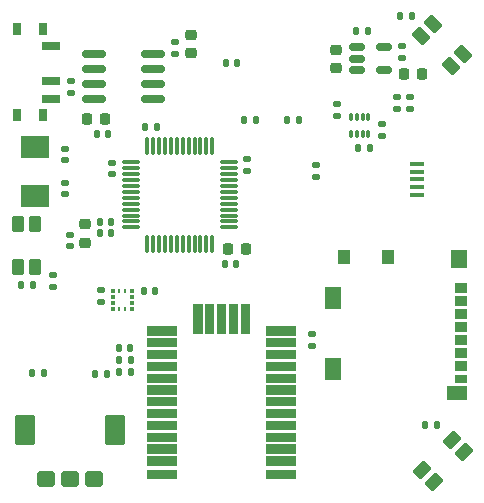
<source format=gbr>
%TF.GenerationSoftware,KiCad,Pcbnew,9.0.2*%
%TF.CreationDate,2025-09-04T21:02:57-04:00*%
%TF.ProjectId,GPSWatch,47505357-6174-4636-982e-6b696361645f,rev?*%
%TF.SameCoordinates,Original*%
%TF.FileFunction,Paste,Top*%
%TF.FilePolarity,Positive*%
%FSLAX46Y46*%
G04 Gerber Fmt 4.6, Leading zero omitted, Abs format (unit mm)*
G04 Created by KiCad (PCBNEW 9.0.2) date 2025-09-04 21:02:57*
%MOMM*%
%LPD*%
G01*
G04 APERTURE LIST*
G04 Aperture macros list*
%AMRoundRect*
0 Rectangle with rounded corners*
0 $1 Rounding radius*
0 $2 $3 $4 $5 $6 $7 $8 $9 X,Y pos of 4 corners*
0 Add a 4 corners polygon primitive as box body*
4,1,4,$2,$3,$4,$5,$6,$7,$8,$9,$2,$3,0*
0 Add four circle primitives for the rounded corners*
1,1,$1+$1,$2,$3*
1,1,$1+$1,$4,$5*
1,1,$1+$1,$6,$7*
1,1,$1+$1,$8,$9*
0 Add four rect primitives between the rounded corners*
20,1,$1+$1,$2,$3,$4,$5,0*
20,1,$1+$1,$4,$5,$6,$7,0*
20,1,$1+$1,$6,$7,$8,$9,0*
20,1,$1+$1,$8,$9,$2,$3,0*%
G04 Aperture macros list end*
%ADD10C,0.010000*%
%ADD11R,1.300000X0.450000*%
%ADD12RoundRect,0.250000X-0.123744X-0.512652X0.512652X0.123744X0.123744X0.512652X-0.512652X-0.123744X0*%
%ADD13R,1.500000X0.700000*%
%ADD14R,0.800000X1.000000*%
%ADD15RoundRect,0.195000X-0.555000X-0.455000X0.555000X-0.455000X0.555000X0.455000X-0.555000X0.455000X0*%
%ADD16RoundRect,0.255000X-0.595000X-1.045000X0.595000X-1.045000X0.595000X1.045000X-0.595000X1.045000X0*%
%ADD17R,0.250000X0.300000*%
%ADD18R,0.350000X0.300000*%
%ADD19RoundRect,0.050000X0.100000X-0.285000X0.100000X0.285000X-0.100000X0.285000X-0.100000X-0.285000X0*%
%ADD20RoundRect,0.135000X-0.135000X-0.185000X0.135000X-0.185000X0.135000X0.185000X-0.135000X0.185000X0*%
%ADD21RoundRect,0.150000X-0.512500X-0.150000X0.512500X-0.150000X0.512500X0.150000X-0.512500X0.150000X0*%
%ADD22RoundRect,0.135000X0.185000X-0.135000X0.185000X0.135000X-0.185000X0.135000X-0.185000X-0.135000X0*%
%ADD23RoundRect,0.135000X-0.185000X0.135000X-0.185000X-0.135000X0.185000X-0.135000X0.185000X0.135000X0*%
%ADD24RoundRect,0.135000X0.135000X0.185000X-0.135000X0.185000X-0.135000X-0.185000X0.135000X-0.185000X0*%
%ADD25RoundRect,0.150000X0.825000X0.150000X-0.825000X0.150000X-0.825000X-0.150000X0.825000X-0.150000X0*%
%ADD26R,1.100000X0.850000*%
%ADD27R,1.100000X0.750000*%
%ADD28R,1.000000X1.200000*%
%ADD29R,1.350000X1.550000*%
%ADD30R,1.350000X1.900000*%
%ADD31R,1.800000X1.170000*%
%ADD32RoundRect,0.140000X-0.170000X0.140000X-0.170000X-0.140000X0.170000X-0.140000X0.170000X0.140000X0*%
%ADD33RoundRect,0.140000X0.140000X0.170000X-0.140000X0.170000X-0.140000X-0.170000X0.140000X-0.170000X0*%
%ADD34RoundRect,0.140000X-0.140000X-0.170000X0.140000X-0.170000X0.140000X0.170000X-0.140000X0.170000X0*%
%ADD35RoundRect,0.140000X0.170000X-0.140000X0.170000X0.140000X-0.170000X0.140000X-0.170000X-0.140000X0*%
%ADD36RoundRect,0.075000X-0.662500X-0.075000X0.662500X-0.075000X0.662500X0.075000X-0.662500X0.075000X0*%
%ADD37RoundRect,0.075000X-0.075000X-0.662500X0.075000X-0.662500X0.075000X0.662500X-0.075000X0.662500X0*%
%ADD38RoundRect,0.225000X0.250000X-0.225000X0.250000X0.225000X-0.250000X0.225000X-0.250000X-0.225000X0*%
%ADD39RoundRect,0.225000X-0.225000X-0.250000X0.225000X-0.250000X0.225000X0.250000X-0.225000X0.250000X0*%
%ADD40RoundRect,0.250000X0.512652X-0.123744X-0.123744X0.512652X-0.512652X0.123744X0.123744X-0.512652X0*%
%ADD41R,2.400000X1.900000*%
%ADD42RoundRect,0.218750X-0.256250X0.218750X-0.256250X-0.218750X0.256250X-0.218750X0.256250X0.218750X0*%
%ADD43RoundRect,0.250000X-0.275000X0.450000X-0.275000X-0.450000X0.275000X-0.450000X0.275000X0.450000X0*%
%ADD44RoundRect,0.225000X0.225000X0.250000X-0.225000X0.250000X-0.225000X-0.250000X0.225000X-0.250000X0*%
G04 APERTURE END LIST*
D10*
%TO.C,U5*%
X149400000Y-120300000D02*
X146950000Y-120300000D01*
X146950000Y-119600000D01*
X149400000Y-119600000D01*
X149400000Y-120300000D01*
G36*
X149400000Y-120300000D02*
G01*
X146950000Y-120300000D01*
X146950000Y-119600000D01*
X149400000Y-119600000D01*
X149400000Y-120300000D01*
G37*
X149400000Y-121300000D02*
X146950000Y-121300000D01*
X146950000Y-120600000D01*
X149400000Y-120600000D01*
X149400000Y-121300000D01*
G36*
X149400000Y-121300000D02*
G01*
X146950000Y-121300000D01*
X146950000Y-120600000D01*
X149400000Y-120600000D01*
X149400000Y-121300000D01*
G37*
X149400000Y-122300000D02*
X146950000Y-122300000D01*
X146950000Y-121600000D01*
X149400000Y-121600000D01*
X149400000Y-122300000D01*
G36*
X149400000Y-122300000D02*
G01*
X146950000Y-122300000D01*
X146950000Y-121600000D01*
X149400000Y-121600000D01*
X149400000Y-122300000D01*
G37*
X149400000Y-123300000D02*
X146950000Y-123300000D01*
X146950000Y-122600000D01*
X149400000Y-122600000D01*
X149400000Y-123300000D01*
G36*
X149400000Y-123300000D02*
G01*
X146950000Y-123300000D01*
X146950000Y-122600000D01*
X149400000Y-122600000D01*
X149400000Y-123300000D01*
G37*
X149400000Y-124300000D02*
X146950000Y-124300000D01*
X146950000Y-123600000D01*
X149400000Y-123600000D01*
X149400000Y-124300000D01*
G36*
X149400000Y-124300000D02*
G01*
X146950000Y-124300000D01*
X146950000Y-123600000D01*
X149400000Y-123600000D01*
X149400000Y-124300000D01*
G37*
X149400000Y-125300000D02*
X146950000Y-125300000D01*
X146950000Y-124600000D01*
X149400000Y-124600000D01*
X149400000Y-125300000D01*
G36*
X149400000Y-125300000D02*
G01*
X146950000Y-125300000D01*
X146950000Y-124600000D01*
X149400000Y-124600000D01*
X149400000Y-125300000D01*
G37*
X149400000Y-126300000D02*
X146950000Y-126300000D01*
X146950000Y-125600000D01*
X149400000Y-125600000D01*
X149400000Y-126300000D01*
G36*
X149400000Y-126300000D02*
G01*
X146950000Y-126300000D01*
X146950000Y-125600000D01*
X149400000Y-125600000D01*
X149400000Y-126300000D01*
G37*
X149400000Y-127300000D02*
X146950000Y-127300000D01*
X146950000Y-126600000D01*
X149400000Y-126600000D01*
X149400000Y-127300000D01*
G36*
X149400000Y-127300000D02*
G01*
X146950000Y-127300000D01*
X146950000Y-126600000D01*
X149400000Y-126600000D01*
X149400000Y-127300000D01*
G37*
X149400000Y-128300000D02*
X146950000Y-128300000D01*
X146950000Y-127600000D01*
X149400000Y-127600000D01*
X149400000Y-128300000D01*
G36*
X149400000Y-128300000D02*
G01*
X146950000Y-128300000D01*
X146950000Y-127600000D01*
X149400000Y-127600000D01*
X149400000Y-128300000D01*
G37*
X149400000Y-129300000D02*
X146950000Y-129300000D01*
X146950000Y-128600000D01*
X149400000Y-128600000D01*
X149400000Y-129300000D01*
G36*
X149400000Y-129300000D02*
G01*
X146950000Y-129300000D01*
X146950000Y-128600000D01*
X149400000Y-128600000D01*
X149400000Y-129300000D01*
G37*
X149400000Y-130300000D02*
X146950000Y-130300000D01*
X146950000Y-129600000D01*
X149400000Y-129600000D01*
X149400000Y-130300000D01*
G36*
X149400000Y-130300000D02*
G01*
X146950000Y-130300000D01*
X146950000Y-129600000D01*
X149400000Y-129600000D01*
X149400000Y-130300000D01*
G37*
X149400000Y-131300000D02*
X146950000Y-131300000D01*
X146950000Y-130600000D01*
X149400000Y-130600000D01*
X149400000Y-131300000D01*
G36*
X149400000Y-131300000D02*
G01*
X146950000Y-131300000D01*
X146950000Y-130600000D01*
X149400000Y-130600000D01*
X149400000Y-131300000D01*
G37*
X149400000Y-132450000D02*
X146950000Y-132450000D01*
X146950000Y-131750000D01*
X149400000Y-131750000D01*
X149400000Y-132450000D01*
G36*
X149400000Y-132450000D02*
G01*
X146950000Y-132450000D01*
X146950000Y-131750000D01*
X149400000Y-131750000D01*
X149400000Y-132450000D01*
G37*
X151575000Y-120125000D02*
X150875000Y-120125000D01*
X150875000Y-117675000D01*
X151575000Y-117675000D01*
X151575000Y-120125000D01*
G36*
X151575000Y-120125000D02*
G01*
X150875000Y-120125000D01*
X150875000Y-117675000D01*
X151575000Y-117675000D01*
X151575000Y-120125000D01*
G37*
X152575000Y-120125000D02*
X151875000Y-120125000D01*
X151875000Y-117675000D01*
X152575000Y-117675000D01*
X152575000Y-120125000D01*
G36*
X152575000Y-120125000D02*
G01*
X151875000Y-120125000D01*
X151875000Y-117675000D01*
X152575000Y-117675000D01*
X152575000Y-120125000D01*
G37*
X153575000Y-120125000D02*
X152875000Y-120125000D01*
X152875000Y-117675000D01*
X153575000Y-117675000D01*
X153575000Y-120125000D01*
G36*
X153575000Y-120125000D02*
G01*
X152875000Y-120125000D01*
X152875000Y-117675000D01*
X153575000Y-117675000D01*
X153575000Y-120125000D01*
G37*
X154575000Y-120125000D02*
X153875000Y-120125000D01*
X153875000Y-117675000D01*
X154575000Y-117675000D01*
X154575000Y-120125000D01*
G36*
X154575000Y-120125000D02*
G01*
X153875000Y-120125000D01*
X153875000Y-117675000D01*
X154575000Y-117675000D01*
X154575000Y-120125000D01*
G37*
X155575000Y-120125000D02*
X154875000Y-120125000D01*
X154875000Y-117675000D01*
X155575000Y-117675000D01*
X155575000Y-120125000D01*
G36*
X155575000Y-120125000D02*
G01*
X154875000Y-120125000D01*
X154875000Y-117675000D01*
X155575000Y-117675000D01*
X155575000Y-120125000D01*
G37*
X159500000Y-120300000D02*
X157050000Y-120300000D01*
X157050000Y-119600000D01*
X159500000Y-119600000D01*
X159500000Y-120300000D01*
G36*
X159500000Y-120300000D02*
G01*
X157050000Y-120300000D01*
X157050000Y-119600000D01*
X159500000Y-119600000D01*
X159500000Y-120300000D01*
G37*
X159500000Y-121300000D02*
X157050000Y-121300000D01*
X157050000Y-120600000D01*
X159500000Y-120600000D01*
X159500000Y-121300000D01*
G36*
X159500000Y-121300000D02*
G01*
X157050000Y-121300000D01*
X157050000Y-120600000D01*
X159500000Y-120600000D01*
X159500000Y-121300000D01*
G37*
X159500000Y-122300000D02*
X157050000Y-122300000D01*
X157050000Y-121600000D01*
X159500000Y-121600000D01*
X159500000Y-122300000D01*
G36*
X159500000Y-122300000D02*
G01*
X157050000Y-122300000D01*
X157050000Y-121600000D01*
X159500000Y-121600000D01*
X159500000Y-122300000D01*
G37*
X159500000Y-123300000D02*
X157050000Y-123300000D01*
X157050000Y-122600000D01*
X159500000Y-122600000D01*
X159500000Y-123300000D01*
G36*
X159500000Y-123300000D02*
G01*
X157050000Y-123300000D01*
X157050000Y-122600000D01*
X159500000Y-122600000D01*
X159500000Y-123300000D01*
G37*
X159500000Y-124300000D02*
X157050000Y-124300000D01*
X157050000Y-123600000D01*
X159500000Y-123600000D01*
X159500000Y-124300000D01*
G36*
X159500000Y-124300000D02*
G01*
X157050000Y-124300000D01*
X157050000Y-123600000D01*
X159500000Y-123600000D01*
X159500000Y-124300000D01*
G37*
X159500000Y-125300000D02*
X157050000Y-125300000D01*
X157050000Y-124600000D01*
X159500000Y-124600000D01*
X159500000Y-125300000D01*
G36*
X159500000Y-125300000D02*
G01*
X157050000Y-125300000D01*
X157050000Y-124600000D01*
X159500000Y-124600000D01*
X159500000Y-125300000D01*
G37*
X159500000Y-126300000D02*
X157050000Y-126300000D01*
X157050000Y-125600000D01*
X159500000Y-125600000D01*
X159500000Y-126300000D01*
G36*
X159500000Y-126300000D02*
G01*
X157050000Y-126300000D01*
X157050000Y-125600000D01*
X159500000Y-125600000D01*
X159500000Y-126300000D01*
G37*
X159500000Y-127300000D02*
X157050000Y-127300000D01*
X157050000Y-126600000D01*
X159500000Y-126600000D01*
X159500000Y-127300000D01*
G36*
X159500000Y-127300000D02*
G01*
X157050000Y-127300000D01*
X157050000Y-126600000D01*
X159500000Y-126600000D01*
X159500000Y-127300000D01*
G37*
X159500000Y-128300000D02*
X157050000Y-128300000D01*
X157050000Y-127600000D01*
X159500000Y-127600000D01*
X159500000Y-128300000D01*
G36*
X159500000Y-128300000D02*
G01*
X157050000Y-128300000D01*
X157050000Y-127600000D01*
X159500000Y-127600000D01*
X159500000Y-128300000D01*
G37*
X159500000Y-129300000D02*
X157050000Y-129300000D01*
X157050000Y-128600000D01*
X159500000Y-128600000D01*
X159500000Y-129300000D01*
G36*
X159500000Y-129300000D02*
G01*
X157050000Y-129300000D01*
X157050000Y-128600000D01*
X159500000Y-128600000D01*
X159500000Y-129300000D01*
G37*
X159500000Y-130300000D02*
X157050000Y-130300000D01*
X157050000Y-129600000D01*
X159500000Y-129600000D01*
X159500000Y-130300000D01*
G36*
X159500000Y-130300000D02*
G01*
X157050000Y-130300000D01*
X157050000Y-129600000D01*
X159500000Y-129600000D01*
X159500000Y-130300000D01*
G37*
X159500000Y-131300000D02*
X157050000Y-131300000D01*
X157050000Y-130600000D01*
X159500000Y-130600000D01*
X159500000Y-131300000D01*
G36*
X159500000Y-131300000D02*
G01*
X157050000Y-131300000D01*
X157050000Y-130600000D01*
X159500000Y-130600000D01*
X159500000Y-131300000D01*
G37*
X159500000Y-132450000D02*
X157050000Y-132450000D01*
X157050000Y-131750000D01*
X159500000Y-131750000D01*
X159500000Y-132450000D01*
G36*
X159500000Y-132450000D02*
G01*
X157050000Y-132450000D01*
X157050000Y-131750000D01*
X159500000Y-131750000D01*
X159500000Y-132450000D01*
G37*
%TD*%
D11*
%TO.C,J1*%
X169825000Y-108450000D03*
X169825000Y-107800000D03*
X169825000Y-107150000D03*
X169825000Y-106500000D03*
X169825000Y-105850000D03*
%TD*%
D12*
%TO.C,SW4*%
X173781909Y-130236325D03*
X171236325Y-132781909D03*
X172763675Y-129218091D03*
X170218091Y-131763675D03*
%TD*%
D13*
%TO.C,SW2*%
X138835000Y-100350000D03*
X138835000Y-98850000D03*
X138835000Y-95850000D03*
D14*
X135975000Y-101750000D03*
X138185000Y-101750000D03*
X135975000Y-94450000D03*
X138185000Y-94450000D03*
%TD*%
D15*
%TO.C,SW1*%
X138425000Y-132550000D03*
X140425000Y-132550000D03*
X142425000Y-132550000D03*
D16*
X144225000Y-128400000D03*
X136625000Y-128400000D03*
%TD*%
D17*
%TO.C,U6*%
X145112500Y-118175000D03*
X144612500Y-118175000D03*
D18*
X144087500Y-118125000D03*
X144087500Y-117625000D03*
X144087500Y-117125000D03*
X144087500Y-116625000D03*
D17*
X144612500Y-116575000D03*
X145112500Y-116575000D03*
D18*
X145637500Y-116625000D03*
X145637500Y-117125000D03*
X145637500Y-117625000D03*
X145637500Y-118125000D03*
%TD*%
D19*
%TO.C,U4*%
X164200000Y-101870000D03*
X164700000Y-101870000D03*
X165200000Y-101870000D03*
X165700000Y-101870000D03*
X165700000Y-103350000D03*
X165200000Y-103350000D03*
X164700000Y-103350000D03*
X164200000Y-103350000D03*
%TD*%
D20*
%TO.C,R16*%
X171510000Y-127925000D03*
X170490000Y-127925000D03*
%TD*%
D21*
%TO.C,U3*%
X164700000Y-95975000D03*
X164700000Y-96925000D03*
X164700000Y-97875000D03*
X166975000Y-97875000D03*
X166975000Y-95975000D03*
%TD*%
D22*
%TO.C,R17*%
X161250000Y-105965000D03*
X161250000Y-106985000D03*
%TD*%
D23*
%TO.C,R12*%
X140475000Y-98865000D03*
X140475000Y-99885000D03*
%TD*%
%TO.C,R2*%
X169175000Y-101235000D03*
X169175000Y-100215000D03*
%TD*%
%TO.C,R5*%
X166825000Y-103495000D03*
X166825000Y-102475000D03*
%TD*%
D20*
%TO.C,R6*%
X165835000Y-104485000D03*
X164815000Y-104485000D03*
%TD*%
D24*
%TO.C,R3*%
X165672500Y-94637500D03*
X164652500Y-94637500D03*
%TD*%
D20*
%TO.C,R8*%
X156185000Y-102150000D03*
X155165000Y-102150000D03*
%TD*%
D23*
%TO.C,R4*%
X168512500Y-96907500D03*
X168512500Y-95887500D03*
%TD*%
D25*
%TO.C,U7*%
X142500000Y-100340000D03*
X142500000Y-99070000D03*
X142500000Y-97800000D03*
X142500000Y-96530000D03*
X147450000Y-96530000D03*
X147450000Y-97800000D03*
X147450000Y-99070000D03*
X147450000Y-100340000D03*
%TD*%
D26*
%TO.C,J4*%
X173512500Y-116370000D03*
X173512500Y-117470000D03*
X173512500Y-118570000D03*
X173512500Y-119670000D03*
X173512500Y-120770000D03*
X173512500Y-121870000D03*
X173512500Y-122970000D03*
D27*
X173512500Y-124020000D03*
D28*
X167362500Y-113735000D03*
X163662500Y-113735000D03*
D29*
X173387500Y-113910000D03*
D30*
X162687500Y-117235000D03*
X162687500Y-123205000D03*
D31*
X173162500Y-125230000D03*
%TD*%
D32*
%TO.C,C24*%
X139975000Y-107445000D03*
X139975000Y-108405000D03*
%TD*%
D33*
%TO.C,C22*%
X144595000Y-122425000D03*
X145555000Y-122425000D03*
%TD*%
%TO.C,C20*%
X136320000Y-116100000D03*
X137280000Y-116100000D03*
%TD*%
D34*
%TO.C,C17*%
X153620000Y-97300000D03*
X154580000Y-97300000D03*
%TD*%
D35*
%TO.C,C19*%
X140000000Y-105550000D03*
X140000000Y-104590000D03*
%TD*%
D23*
%TO.C,R1*%
X168100000Y-101235000D03*
X168100000Y-100215000D03*
%TD*%
D33*
%TO.C,C21*%
X144595000Y-123450000D03*
X145555000Y-123450000D03*
%TD*%
D36*
%TO.C,U1*%
X145562500Y-105725000D03*
X145562500Y-106225000D03*
X145562500Y-106725000D03*
X145562500Y-107225000D03*
X145562500Y-107725000D03*
X145562500Y-108225000D03*
X145562500Y-108725000D03*
X145562500Y-109225000D03*
X145562500Y-109725000D03*
X145562500Y-110225000D03*
X145562500Y-110725000D03*
X145562500Y-111225000D03*
D37*
X146975000Y-112637500D03*
X147475000Y-112637500D03*
X147975000Y-112637500D03*
X148475000Y-112637500D03*
X148975000Y-112637500D03*
X149475000Y-112637500D03*
X149975000Y-112637500D03*
X150475000Y-112637500D03*
X150975000Y-112637500D03*
X151475000Y-112637500D03*
X151975000Y-112637500D03*
X152475000Y-112637500D03*
D36*
X153887500Y-111225000D03*
X153887500Y-110725000D03*
X153887500Y-110225000D03*
X153887500Y-109725000D03*
X153887500Y-109225000D03*
X153887500Y-108725000D03*
X153887500Y-108225000D03*
X153887500Y-107725000D03*
X153887500Y-107225000D03*
X153887500Y-106725000D03*
X153887500Y-106225000D03*
X153887500Y-105725000D03*
D37*
X152475000Y-104312500D03*
X151975000Y-104312500D03*
X151475000Y-104312500D03*
X150975000Y-104312500D03*
X150475000Y-104312500D03*
X149975000Y-104312500D03*
X149475000Y-104312500D03*
X148975000Y-104312500D03*
X148475000Y-104312500D03*
X147975000Y-104312500D03*
X147475000Y-104312500D03*
X146975000Y-104312500D03*
%TD*%
D33*
%TO.C,C23*%
X144570000Y-121425000D03*
X145530000Y-121425000D03*
%TD*%
D32*
%TO.C,C18*%
X143037500Y-117505000D03*
X143037500Y-116545000D03*
%TD*%
D33*
%TO.C,C14*%
X142720000Y-103325000D03*
X143680000Y-103325000D03*
%TD*%
D38*
%TO.C,C10*%
X162925000Y-97750000D03*
X162925000Y-96200000D03*
%TD*%
D35*
%TO.C,C8*%
X140450000Y-111870000D03*
X140450000Y-112830000D03*
%TD*%
D34*
%TO.C,C7*%
X142945000Y-110730000D03*
X143905000Y-110730000D03*
%TD*%
D39*
%TO.C,C9*%
X168712500Y-98237500D03*
X170262500Y-98237500D03*
%TD*%
D38*
%TO.C,C11*%
X150675000Y-94950000D03*
X150675000Y-96500000D03*
%TD*%
D32*
%TO.C,C16*%
X160900000Y-121230000D03*
X160900000Y-120270000D03*
%TD*%
D22*
%TO.C,R13*%
X138975000Y-115265000D03*
X138975000Y-116285000D03*
%TD*%
D34*
%TO.C,C15*%
X147630000Y-116600000D03*
X146670000Y-116600000D03*
%TD*%
D22*
%TO.C,R7*%
X163075000Y-100760000D03*
X163075000Y-101780000D03*
%TD*%
D34*
%TO.C,C6*%
X142945000Y-111730000D03*
X143905000Y-111730000D03*
%TD*%
D40*
%TO.C,SW3*%
X171136325Y-94018091D03*
X173681909Y-96563675D03*
X170118091Y-95036325D03*
X172663675Y-97581909D03*
%TD*%
D35*
%TO.C,C12*%
X149325000Y-95545000D03*
X149325000Y-96505000D03*
%TD*%
D34*
%TO.C,C4*%
X154505000Y-114300000D03*
X153545000Y-114300000D03*
%TD*%
D32*
%TO.C,C1*%
X155425000Y-106430000D03*
X155425000Y-105470000D03*
%TD*%
%TO.C,C2*%
X143950000Y-105745000D03*
X143950000Y-106705000D03*
%TD*%
D34*
%TO.C,C3*%
X146795000Y-102750000D03*
X147755000Y-102750000D03*
%TD*%
D41*
%TO.C,Y1*%
X137450000Y-104450000D03*
X137450000Y-108550000D03*
%TD*%
D39*
%TO.C,C5*%
X155350000Y-113025000D03*
X153800000Y-113025000D03*
%TD*%
D42*
%TO.C,FB1*%
X141725000Y-110962500D03*
X141725000Y-112537500D03*
%TD*%
D24*
%TO.C,R9*%
X158765000Y-102100000D03*
X159785000Y-102100000D03*
%TD*%
D20*
%TO.C,R10*%
X138210000Y-123575000D03*
X137190000Y-123575000D03*
%TD*%
%TO.C,R15*%
X169385000Y-93325000D03*
X168365000Y-93325000D03*
%TD*%
D43*
%TO.C,SW5*%
X136005000Y-114575000D03*
X136005000Y-110975000D03*
X137445000Y-114575000D03*
X137445000Y-110975000D03*
%TD*%
D44*
%TO.C,C13*%
X141875000Y-102025000D03*
X143425000Y-102025000D03*
%TD*%
D20*
%TO.C,R11*%
X143535000Y-123600000D03*
X142515000Y-123600000D03*
%TD*%
M02*

</source>
